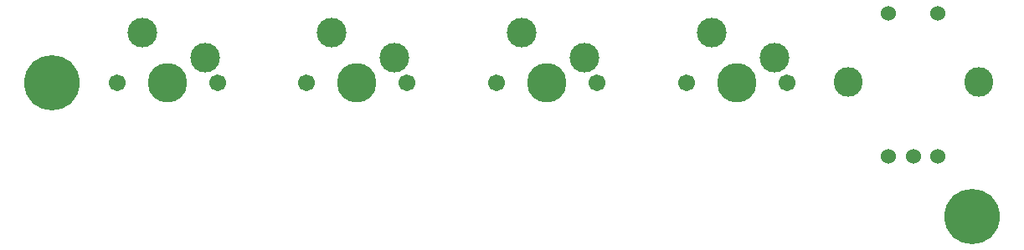
<source format=gbs>
G04 #@! TF.GenerationSoftware,KiCad,Pcbnew,6.0.11-2627ca5db0~126~ubuntu22.04.1*
G04 #@! TF.CreationDate,2024-05-05T17:07:35-04:00*
G04 #@! TF.ProjectId,io-board,696f2d62-6f61-4726-942e-6b696361645f,rev?*
G04 #@! TF.SameCoordinates,Original*
G04 #@! TF.FileFunction,Soldermask,Bot*
G04 #@! TF.FilePolarity,Negative*
%FSLAX46Y46*%
G04 Gerber Fmt 4.6, Leading zero omitted, Abs format (unit mm)*
G04 Created by KiCad (PCBNEW 6.0.11-2627ca5db0~126~ubuntu22.04.1) date 2024-05-05 17:07:35*
%MOMM*%
%LPD*%
G01*
G04 APERTURE LIST*
%ADD10C,5.600000*%
%ADD11C,1.524000*%
%ADD12O,2.900000X3.000000*%
%ADD13C,3.000000*%
%ADD14C,1.701800*%
%ADD15C,3.987800*%
G04 APERTURE END LIST*
D10*
X194372598Y-99740000D03*
D11*
X185972598Y-93660000D03*
X190972598Y-93660000D03*
X188472598Y-93660000D03*
X185972598Y-79160000D03*
X190972598Y-79160000D03*
D12*
X181872598Y-86160000D03*
X195072598Y-86160000D03*
D10*
X101372598Y-86230000D03*
D13*
X155212598Y-83670000D03*
D14*
X156482598Y-86210000D03*
X146322598Y-86210000D03*
D15*
X151402598Y-86210000D03*
D13*
X148862598Y-81130000D03*
X136012598Y-83670000D03*
D15*
X132202598Y-86210000D03*
D14*
X127122598Y-86210000D03*
X137282598Y-86210000D03*
D13*
X129662598Y-81130000D03*
D14*
X165532598Y-86210000D03*
D13*
X174422598Y-83670000D03*
D14*
X175692598Y-86210000D03*
D13*
X168072598Y-81130000D03*
D15*
X170612598Y-86210000D03*
D14*
X118102598Y-86209999D03*
D15*
X113022598Y-86209999D03*
D14*
X107942598Y-86209999D03*
D13*
X110482598Y-81129999D03*
X116832598Y-83669999D03*
M02*

</source>
